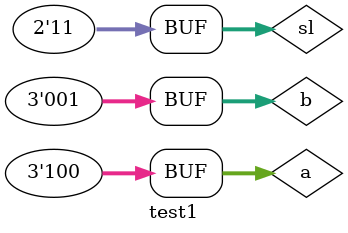
<source format=v>
`timescale 1ns / 1ps


module test1;

	// Inputs
	reg [2:0] a;
	reg [2:0] b;
	reg [1:0] sl;

	// Outputs
	wire [6:0] c;

	// Instantiate the Unit Under Test (UUT)
	sumu3 uut (
		.a(a), 
		.b(b), 
		.sl(sl), 
		.c(c)
	);

	initial begin
		// Initialize Inputs
		a = 0;
		b = 0;
		sl = 0;

		// Wait 100 ns for global reset to finish
		#100;
       a = 100;
		 b = 001;
		 sl = 11;
		// Add stimulus here

	end
      
endmodule


</source>
